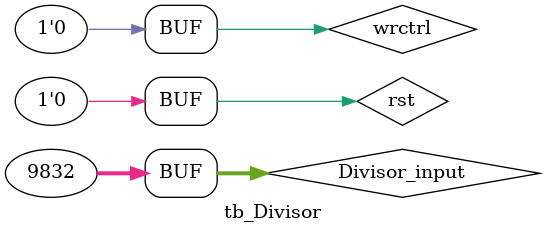
<source format=v>
`timescale 1ns/1ns
module tb_Divisor;
reg [31:0] Divisor_input; //Divisor input
reg rst; //Reset divisor
reg wrctrl; //write the divisor into register
wire [31:0] Divisor_output; //Divisor output

Divisor Div(Divisor_input,rst,wrctrl,Divisor_output);//The module of Divisor

initial begin//Simulation begin
	Divisor_input=32'd0;
	rst=1;
	wrctrl=0;
#10	rst=0;
	Divisor_input=32'd50;
#10	wrctrl=1;
#10 	rst=1;
	wrctrl=0;
#10	rst=0;
	wrctrl=1;
#10	Divisor_input=32'd9832;
	wrctrl=0;
#20	wrctrl=1;
#10	wrctrl=0;
#10;
end
endmodule

</source>
